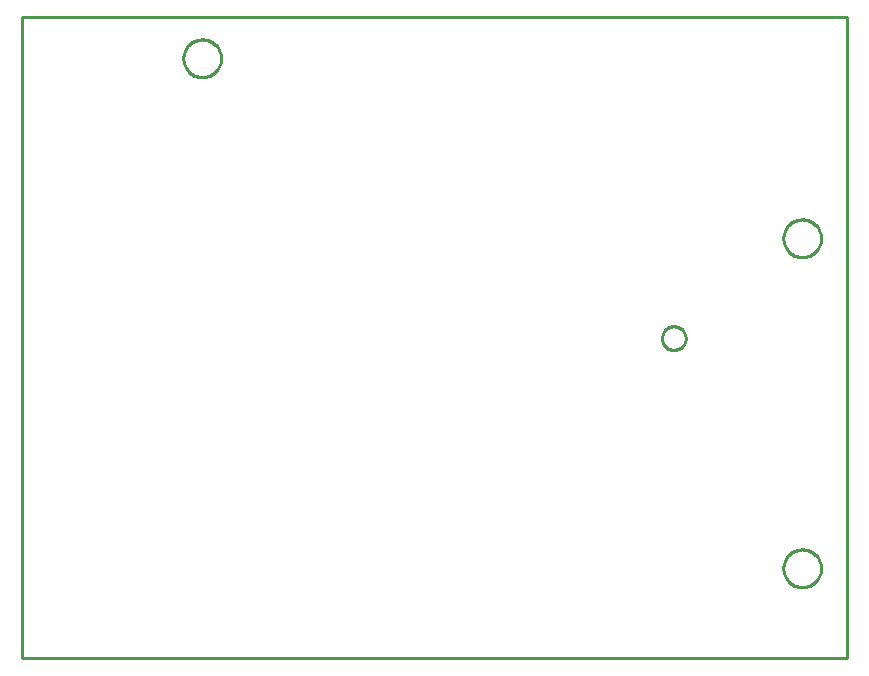
<source format=gbr>
G04 EAGLE Gerber X2 export*
%TF.Part,Single*%
%TF.FileFunction,Profile,NP*%
%TF.FilePolarity,Positive*%
%TF.GenerationSoftware,Autodesk,EAGLE,9.1.3*%
%TF.CreationDate,2018-09-14T18:40:43Z*%
G75*
%MOMM*%
%FSLAX34Y34*%
%LPD*%
%AMOC8*
5,1,8,0,0,1.08239X$1,22.5*%
G01*
%ADD10C,0.254000*%


D10*
X0Y0D02*
X698300Y0D01*
X698300Y542800D01*
X0Y542800D01*
X0Y0D01*
X168400Y507476D02*
X168332Y506431D01*
X168195Y505392D01*
X167990Y504365D01*
X167719Y503353D01*
X167383Y502361D01*
X166982Y501393D01*
X166518Y500454D01*
X165995Y499546D01*
X165413Y498675D01*
X164775Y497844D01*
X164084Y497057D01*
X163343Y496316D01*
X162556Y495625D01*
X161725Y494988D01*
X160854Y494406D01*
X159946Y493882D01*
X159007Y493418D01*
X158039Y493017D01*
X157047Y492681D01*
X156035Y492410D01*
X155008Y492205D01*
X153969Y492069D01*
X152924Y492000D01*
X151876Y492000D01*
X150831Y492069D01*
X149792Y492205D01*
X148765Y492410D01*
X147753Y492681D01*
X146761Y493017D01*
X145793Y493418D01*
X144854Y493882D01*
X143946Y494406D01*
X143075Y494988D01*
X142244Y495625D01*
X141457Y496316D01*
X140716Y497057D01*
X140025Y497844D01*
X139388Y498675D01*
X138806Y499546D01*
X138282Y500454D01*
X137818Y501393D01*
X137417Y502361D01*
X137081Y503353D01*
X136810Y504365D01*
X136605Y505392D01*
X136469Y506431D01*
X136400Y507476D01*
X136400Y508524D01*
X136469Y509569D01*
X136605Y510608D01*
X136810Y511635D01*
X137081Y512647D01*
X137417Y513639D01*
X137818Y514607D01*
X138282Y515546D01*
X138806Y516454D01*
X139388Y517325D01*
X140025Y518156D01*
X140716Y518943D01*
X141457Y519684D01*
X142244Y520375D01*
X143075Y521013D01*
X143946Y521595D01*
X144854Y522118D01*
X145793Y522582D01*
X146761Y522983D01*
X147753Y523319D01*
X148765Y523590D01*
X149792Y523795D01*
X150831Y523932D01*
X151876Y524000D01*
X152924Y524000D01*
X153969Y523932D01*
X155008Y523795D01*
X156035Y523590D01*
X157047Y523319D01*
X158039Y522983D01*
X159007Y522582D01*
X159946Y522118D01*
X160854Y521595D01*
X161725Y521013D01*
X162556Y520375D01*
X163343Y519684D01*
X164084Y518943D01*
X164775Y518156D01*
X165413Y517325D01*
X165995Y516454D01*
X166518Y515546D01*
X166982Y514607D01*
X167383Y513639D01*
X167719Y512647D01*
X167990Y511635D01*
X168195Y510608D01*
X168332Y509569D01*
X168400Y508524D01*
X168400Y507476D01*
X676400Y355076D02*
X676332Y354031D01*
X676195Y352992D01*
X675990Y351965D01*
X675719Y350953D01*
X675383Y349961D01*
X674982Y348993D01*
X674518Y348054D01*
X673995Y347146D01*
X673413Y346275D01*
X672775Y345444D01*
X672084Y344657D01*
X671343Y343916D01*
X670556Y343225D01*
X669725Y342588D01*
X668854Y342006D01*
X667946Y341482D01*
X667007Y341018D01*
X666039Y340617D01*
X665047Y340281D01*
X664035Y340010D01*
X663008Y339805D01*
X661969Y339669D01*
X660924Y339600D01*
X659876Y339600D01*
X658831Y339669D01*
X657792Y339805D01*
X656765Y340010D01*
X655753Y340281D01*
X654761Y340617D01*
X653793Y341018D01*
X652854Y341482D01*
X651946Y342006D01*
X651075Y342588D01*
X650244Y343225D01*
X649457Y343916D01*
X648716Y344657D01*
X648025Y345444D01*
X647388Y346275D01*
X646806Y347146D01*
X646282Y348054D01*
X645818Y348993D01*
X645417Y349961D01*
X645081Y350953D01*
X644810Y351965D01*
X644605Y352992D01*
X644469Y354031D01*
X644400Y355076D01*
X644400Y356124D01*
X644469Y357169D01*
X644605Y358208D01*
X644810Y359235D01*
X645081Y360247D01*
X645417Y361239D01*
X645818Y362207D01*
X646282Y363146D01*
X646806Y364054D01*
X647388Y364925D01*
X648025Y365756D01*
X648716Y366543D01*
X649457Y367284D01*
X650244Y367975D01*
X651075Y368613D01*
X651946Y369195D01*
X652854Y369718D01*
X653793Y370182D01*
X654761Y370583D01*
X655753Y370919D01*
X656765Y371190D01*
X657792Y371395D01*
X658831Y371532D01*
X659876Y371600D01*
X660924Y371600D01*
X661969Y371532D01*
X663008Y371395D01*
X664035Y371190D01*
X665047Y370919D01*
X666039Y370583D01*
X667007Y370182D01*
X667946Y369718D01*
X668854Y369195D01*
X669725Y368613D01*
X670556Y367975D01*
X671343Y367284D01*
X672084Y366543D01*
X672775Y365756D01*
X673413Y364925D01*
X673995Y364054D01*
X674518Y363146D01*
X674982Y362207D01*
X675383Y361239D01*
X675719Y360247D01*
X675990Y359235D01*
X676195Y358208D01*
X676332Y357169D01*
X676400Y356124D01*
X676400Y355076D01*
X676400Y75676D02*
X676332Y74631D01*
X676195Y73592D01*
X675990Y72565D01*
X675719Y71553D01*
X675383Y70561D01*
X674982Y69593D01*
X674518Y68654D01*
X673995Y67746D01*
X673413Y66875D01*
X672775Y66044D01*
X672084Y65257D01*
X671343Y64516D01*
X670556Y63825D01*
X669725Y63188D01*
X668854Y62606D01*
X667946Y62082D01*
X667007Y61618D01*
X666039Y61217D01*
X665047Y60881D01*
X664035Y60610D01*
X663008Y60405D01*
X661969Y60269D01*
X660924Y60200D01*
X659876Y60200D01*
X658831Y60269D01*
X657792Y60405D01*
X656765Y60610D01*
X655753Y60881D01*
X654761Y61217D01*
X653793Y61618D01*
X652854Y62082D01*
X651946Y62606D01*
X651075Y63188D01*
X650244Y63825D01*
X649457Y64516D01*
X648716Y65257D01*
X648025Y66044D01*
X647388Y66875D01*
X646806Y67746D01*
X646282Y68654D01*
X645818Y69593D01*
X645417Y70561D01*
X645081Y71553D01*
X644810Y72565D01*
X644605Y73592D01*
X644469Y74631D01*
X644400Y75676D01*
X644400Y76724D01*
X644469Y77769D01*
X644605Y78808D01*
X644810Y79835D01*
X645081Y80847D01*
X645417Y81839D01*
X645818Y82807D01*
X646282Y83746D01*
X646806Y84654D01*
X647388Y85525D01*
X648025Y86356D01*
X648716Y87143D01*
X649457Y87884D01*
X650244Y88575D01*
X651075Y89213D01*
X651946Y89795D01*
X652854Y90318D01*
X653793Y90782D01*
X654761Y91183D01*
X655753Y91519D01*
X656765Y91790D01*
X657792Y91995D01*
X658831Y92132D01*
X659876Y92200D01*
X660924Y92200D01*
X661969Y92132D01*
X663008Y91995D01*
X664035Y91790D01*
X665047Y91519D01*
X666039Y91183D01*
X667007Y90782D01*
X667946Y90318D01*
X668854Y89795D01*
X669725Y89213D01*
X670556Y88575D01*
X671343Y87884D01*
X672084Y87143D01*
X672775Y86356D01*
X673413Y85525D01*
X673995Y84654D01*
X674518Y83746D01*
X674982Y82807D01*
X675383Y81839D01*
X675719Y80847D01*
X675990Y79835D01*
X676195Y78808D01*
X676332Y77769D01*
X676400Y76724D01*
X676400Y75676D01*
X561696Y270701D02*
X561620Y269832D01*
X561468Y268972D01*
X561242Y268128D01*
X560944Y267308D01*
X560575Y266516D01*
X560138Y265760D01*
X559637Y265045D01*
X559076Y264376D01*
X558458Y263758D01*
X557789Y263197D01*
X557074Y262696D01*
X556318Y262259D01*
X555526Y261890D01*
X554706Y261592D01*
X553862Y261366D01*
X553003Y261214D01*
X552133Y261138D01*
X551259Y261138D01*
X550390Y261214D01*
X549530Y261366D01*
X548686Y261592D01*
X547866Y261890D01*
X547074Y262259D01*
X546318Y262696D01*
X545603Y263197D01*
X544934Y263758D01*
X544316Y264376D01*
X543755Y265045D01*
X543254Y265760D01*
X542817Y266516D01*
X542448Y267308D01*
X542150Y268128D01*
X541924Y268972D01*
X541772Y269832D01*
X541696Y270701D01*
X541696Y271575D01*
X541772Y272445D01*
X541924Y273304D01*
X542150Y274148D01*
X542448Y274968D01*
X542817Y275760D01*
X543254Y276516D01*
X543755Y277231D01*
X544316Y277900D01*
X544934Y278518D01*
X545603Y279079D01*
X546318Y279580D01*
X547074Y280017D01*
X547866Y280386D01*
X548686Y280684D01*
X549530Y280910D01*
X550390Y281062D01*
X551259Y281138D01*
X552133Y281138D01*
X553003Y281062D01*
X553862Y280910D01*
X554706Y280684D01*
X555526Y280386D01*
X556318Y280017D01*
X557074Y279580D01*
X557789Y279079D01*
X558458Y278518D01*
X559076Y277900D01*
X559637Y277231D01*
X560138Y276516D01*
X560575Y275760D01*
X560944Y274968D01*
X561242Y274148D01*
X561468Y273304D01*
X561620Y272445D01*
X561696Y271575D01*
X561696Y270701D01*
M02*

</source>
